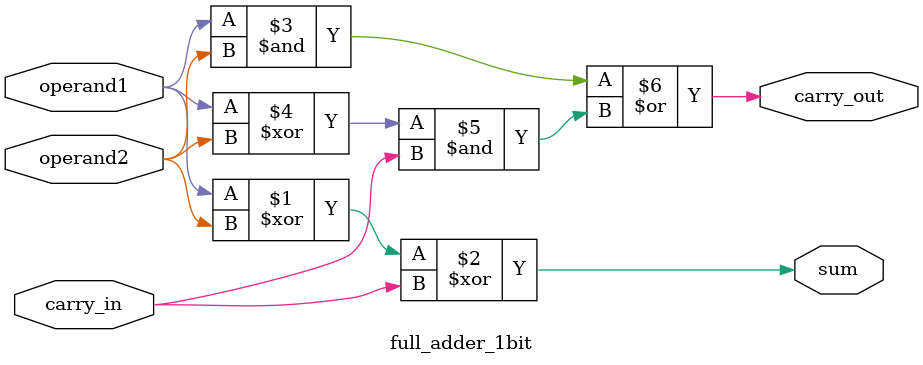
<source format=v>
`timescale 1ns / 1ps

module full_adder_1bit(
    operand1,
    operand2,
    carry_in,
    sum,
    carry_out
    );
    
input operand1;
input operand2;
input carry_in;
output sum;
output carry_out;

assign sum = (operand1 ^ operand2) ^ carry_in;
assign carry_out = (operand1 & operand2) | ((operand1 ^ operand2) & carry_in);
    
endmodule

</source>
